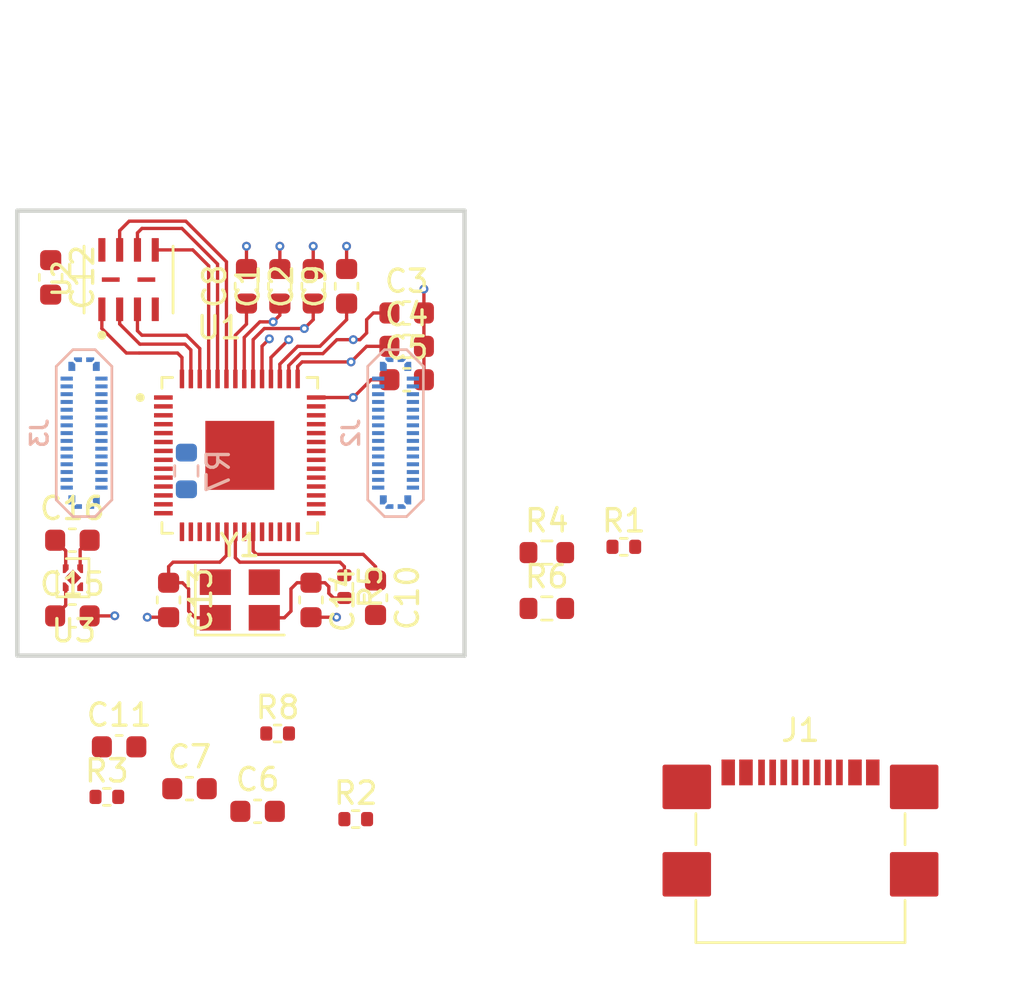
<source format=kicad_pcb>
(kicad_pcb (version 20211014) (generator pcbnew)
  (layers (0 "F.Cu" signal) (31 "B.Cu" signal) (34 "B.Paste" user) (35 "F.Paste" user) (36 "B.SilkS" user "B.Silkscreen") (37 "F.SilkS" user "F.Silkscreen") (38 "B.Mask" user) (39 "F.Mask" user) (44 "Edge.Cuts" user))
  (net 0 "")
  (net 1 "+3V3")
  (net 2 "GND")
  (net 3 "Net-(C10-Pad1)")
  (net 4 "/XIN")
  (net 5 "Net-(C14-Pad1)")
  (net 6 "+5V")
  (net 8 "/USB_DP")
  (net 9 "/USB_DM")
  (net 77 "Net-(R1-Pad1)")
  (net 78 "Net-(R2-Pad1)")
  (net 79 "/BOOTSEL")
  (net 80 "/qCSN")
  (net 81 "/XOUT")
  (net 82 "/SDA")
  (net 83 "Net-(R6-Pad2)")
  (net 84 "/SDO")
  (net 85 "Net-(R7-Pad2)")
  (net 90 "/SWCLK")
  (net 91 "/SWDIO")
  (net 92 "/RUN")
  (net 95 "/qSD3")
  (net 96 "/qSD0")
  (net 97 "/qSD2")
  (net 98 "/qSD1")
  (net 121 "/qSCK")
  (net 122 "/VREG_EN")
  (footprint "Capacitor_SMD:C_0603_1608Metric" (layer "F.Cu") (at 24.575 44.1)
    (fp_text reference "C11")
    (fp_text value "1u")
  )
  (footprint "Resistor_SMD:R_0402_1005Metric" (layer "F.Cu") (at 24.025 46.35)
    (fp_text reference "R3")
    (fp_text value "1k")
  )
  (footprint "Capacitor_SMD:C_0603_1608Metric" (layer "F.Cu") (at 22.475 38.215)
    (fp_text reference "C15")
    (fp_text value "1u")
  )
  (footprint "Resistor_SMD:R_0402_1005Metric" (layer "F.Cu") (at 31.7 43.5)
    (fp_text reference "R8")
    (fp_text value "27.4")
  )
  (footprint "Capacitor_SMD:C_0603_1608Metric" (layer "F.Cu") (at 37.5 26.1)
    (fp_text reference "C4")
    (fp_text value "100n")
  )
  (footprint "Capacitor_SMD:C_0603_1608Metric" (layer "F.Cu") (at 21.5 23 -90)
    (fp_text reference "C12")
    (fp_text value "100n")
  )
  (footprint "Capacitor_SMD:C_0603_1608Metric" (layer "F.Cu") (at 33.3 23.4 90)
    (fp_text reference "C2")
    (fp_text value "100n")
  )
  (footprint "Capacitor_SMD:C_0603_1608Metric" (layer "F.Cu") (at 37.5 27.6)
    (fp_text reference "C5")
    (fp_text value "100n")
  )
  (footprint "Customs_Memory:SON80P400X300X60-10N" (layer "F.Cu") (at 25 23.1 90)
    (fp_text reference "U2")
    (fp_text value locked "MX25L3233FZBI")
  )
  (footprint "Resistor_SMD:R_0603_1608Metric" (layer "F.Cu") (at 43.8 35.37)
    (fp_text reference "R4")
    (fp_text value "10k")
  )
  (footprint "Capacitor_SMD:C_0603_1608Metric" (layer "F.Cu") (at 33.2 37.5 -90)
    (fp_text reference "C14")
    (fp_text value "22pf")
  )
  (footprint "Capacitor_SMD:C_0603_1608Metric" (layer "F.Cu") (at 37.5 24.6)
    (fp_text reference "C3")
    (fp_text value "100n")
  )
  (footprint "Capacitor_SMD:C_0603_1608Metric" (layer "F.Cu") (at 22.475 34.815)
    (fp_text reference "C16")
    (fp_text value "1u")
  )
  (footprint "Resistor_SMD:R_0402_1005Metric" (layer "F.Cu") (at 35.21 47.35)
    (fp_text reference "R2")
    (fp_text value "27.4")
  )
  (footprint "Crystal:Crystal_SMD_SeikoEpson_TSX3225-4Pin_3.2x2.5mm" (layer "F.Cu") (at 30 37.5)
    (fp_text reference "Y1")
    (fp_text value "12MHz")
  )
  (footprint "Resistor_SMD:R_0603_1608Metric" (layer "F.Cu") (at 43.8 37.88)
    (fp_text reference "R6")
    (fp_text value "4.7k")
  )
  (footprint "Capacitor_SMD:C_0603_1608Metric" (layer "F.Cu") (at 36.1 37.4 -90)
    (fp_text reference "C10")
    (fp_text value "100n")
  )
  (footprint "Capacitor_SMD:C_0603_1608Metric" (layer "F.Cu") (at 26.8 37.5 -90)
    (fp_text reference "C13")
    (fp_text value "22pf")
  )
  (footprint "Resistor_SMD:R_0402_1005Metric" (layer "F.Cu") (at 47.26 35.11)
    (fp_text reference "R1")
    (fp_text value "27.4")
  )
  (footprint "Customs_Connectors:USB_C_Receptacle_GCT_USB4110" (layer "F.Cu") (at 55.2 49)
    (fp_text reference "J1")
    (fp_text value "USB_C_Receptacle_USB2.0")
  )
  (footprint "RP2040:QFN40P700X700X90-57N" (layer "F.Cu") (at 30 31)
    (fp_text reference "U1")
    (fp_text value "RP2040")
  )
  (footprint "Capacitor_SMD:C_0603_1608Metric" (layer "F.Cu") (at 31.8 23.4 90)
    (fp_text reference "C1")
    (fp_text value "100n")
  )
  (footprint "Capacitor_SMD:C_0603_1608Metric" (layer "F.Cu") (at 30.3 23.4 90)
    (fp_text reference "C8")
    (fp_text value "1u")
  )
  (footprint "Resistor_SMD:R_0402_1005Metric" (layer "F.Cu") (at 34.7 36.9 -90)
    (fp_text reference "R5")
    (fp_text value "1k")
  )
  (footprint "Capacitor_SMD:C_0603_1608Metric" (layer "F.Cu") (at 34.8 23.4 90)
    (fp_text reference "C9")
    (fp_text value "100n")
  )
  (footprint "Capacitor_SMD:C_0603_1608Metric" (layer "F.Cu") (at 30.8 47)
    (fp_text reference "C6")
    (fp_text value "100n")
  )
  (footprint "Package_DFN_QFN:OnSemi_XDFN4-1EP_1.0x1.0mm_EP0.52x0.52mm" (layer "F.Cu") (at 22.5 36.5)
    (fp_text reference "U3")
    (fp_text value "NCP163AFCT330T2G")
  )
  (footprint "Capacitor_SMD:C_0603_1608Metric" (layer "F.Cu") (at 27.74 45.98)
    (fp_text reference "C7")
    (fp_text value "100n")
  )
  (footprint "Customs_Connectors:245861030004829+" (layer "B.Cu") (at 23 30 90)
    (fp_text reference "J3")
    (fp_text value "Conn_02x15_Top_Bottom" hide)
  )
  (footprint "Customs_Connectors:245861030004829+" (layer "B.Cu") (at 37 30 90)
    (fp_text reference "J2")
    (fp_text value "Conn_02x15_Top_Bottom" hide)
  )
  (footprint "Resistor_SMD:R_0603_1608Metric" (layer "B.Cu") (at 27.6 31.7 90)
    (fp_text reference "R7")
    (fp_text value "4.7k")
  )
  (gr_line (start 40.1 40) (end 20.1 40) (layer "Edge.Cuts") (width 0.2))
  (gr_line (start 20.1 20) (end 40.1 20) (layer "Edge.Cuts") (width 0.2))
  (gr_line (start 40.1 20) (end 40.1 40) (layer "Edge.Cuts") (width 0.2))
  (gr_line (start 20 40) (end 20 20) (layer "Edge.Cuts") (width 0.2))
  (segment (start 30.6 25.8) (end 30.6 27.865) (width 0.15) (layer "F.Cu") (net 1))
  (segment (start 35.1 28.4) (end 33.435 28.4) (width 0.15) (layer "F.Cu") (net 1))
  (segment (start 35.4 25.8) (end 35.1 25.8) (width 0.15) (layer "F.Cu") (net 1))
  (segment (start 31.5 25) (end 30.9 25) (width 0.15) (layer "F.Cu") (net 1))
  (segment (start 32.735448 26.427) (end 33.735448 26.427) (width 0.15) (layer "F.Cu") (net 1))
  (segment (start 31.8 24.175) (end 31.8 24.7) (width 0.15) (layer "F.Cu") (net 1))
  (segment (start 30.2 25.7) (end 30.2 27.865) (width 0.15) (layer "F.Cu") (net 1))
  (segment (start 33.735448 26.427) (end 34.362448 25.8) (width 0.15) (layer "F.Cu") (net 1))
  (segment (start 22.175 35.29) (end 21.7 34.815) (width 0.15) (layer "F.Cu") (net 1))
  (segment (start 36.725 24.6) (end 36 24.6) (width 0.15) (layer "F.Cu") (net 1))
  (segment (start 34.362448 25.8) (end 35.1 25.8) (width 0.15) (layer "F.Cu") (net 1))
  (segment (start 32.6 27) (end 32.6 27.865) (width 0.15) (layer "F.Cu") (net 1))
  (segment (start 36.725 27.6) (end 35.9 27.6) (width 0.15) (layer "F.Cu") (net 1))
  (segment (start 35.7 24.9) (end 35.7 25.5) (width 0.15) (layer "F.Cu") (net 1))
  (segment (start 33.3 24.175) (end 33.3 24.9) (width 0.15) (layer "F.Cu") (net 1))
  (segment (start 33.3 24.9) (end 32.9 25.3) (width 0.15) (layer "F.Cu") (net 1))
  (segment (start 32.8 26.8) (end 32.6 27) (width 0.15) (layer "F.Cu") (net 1))
  (segment (start 35 26.8) (end 32.8 26.8) (width 0.15) (layer "F.Cu") (net 1))
  (segment (start 32.2 27.865) (end 32.2 26.962448) (width 0.15) (layer "F.Cu") (net 1))
  (segment (start 31.8 24.7) (end 31.5 25) (width 0.15) (layer "F.Cu") (net 1))
  (segment (start 31.1 25.3) (end 30.6 25.8) (width 0.15) (layer "F.Cu") (net 1))
  (segment (start 35.7 26.1) (end 35 26.8) (width 0.15) (layer "F.Cu") (net 1))
  (segment (start 36 24.6) (end 35.7 24.9) (width 0.15) (layer "F.Cu") (net 1))
  (segment (start 32.9 25.3) (end 31.1 25.3) (width 0.15) (layer "F.Cu") (net 1))
  (segment (start 32.2 26.962448) (end 32.735448 26.427) (width 0.15) (layer "F.Cu") (net 1))
  (segment (start 35.7 25.5) (end 35.4 25.8) (width 0.15) (layer "F.Cu") (net 1))
  (segment (start 36.725 26.1) (end 35.7 26.1) (width 0.15) (layer "F.Cu") (net 1))
  (segment (start 35.9 27.6) (end 35.1 28.4) (width 0.15) (layer "F.Cu") (net 1))
  (segment (start 30.9 25) (end 30.2 25.7) (width 0.15) (layer "F.Cu") (net 1))
  (segment (start 22.175 36.015) (end 22.175 35.29) (width 0.15) (layer "F.Cu") (net 1))
  (via (at 35.1 25.8) (size 0.4) (drill 0.2) (layers "F.Cu" "B.Cu") (net 1))
  (via (at 35.1 28.4) (size 0.4) (drill 0.2) (layers "F.Cu" "B.Cu") (net 1))
  (via (at 31.5 25) (size 0.4) (drill 0.2) (layers "F.Cu" "B.Cu") (net 1))
  (via (at 32.9 25.3) (size 0.4) (drill 0.2) (layers "F.Cu" "B.Cu") (net 1))
  (via (at 35 26.8) (size 0.4) (drill 0.2) (layers "F.Cu" "B.Cu") (net 1))
  (segment (start 31.8 22.625) (end 31.8 21.6) (width 0.15) (layer "F.Cu") (net 2))
  (segment (start 24.375 38.215) (end 24.38 38.21) (width 0.15) (layer "F.Cu") (net 2))
  (segment (start 38.275 26.1) (end 38.275 24.6) (width 0.15) (layer "F.Cu") (net 2))
  (segment (start 22.825 36.015) (end 22.825 35.24) (width 0.15) (layer "F.Cu") (net 2))
  (segment (start 33.3 22.625) (end 33.3 21.6) (width 0.15) (layer "F.Cu") (net 2))
  (segment (start 22.825 35.24) (end 23.25 34.815) (width 0.15) (layer "F.Cu") (net 2))
  (segment (start 38.275 24.6) (end 38.275 23.525) (width 0.15) (layer "F.Cu") (net 2))
  (segment (start 38.275 27.6) (end 38.275 26.1) (width 0.15) (layer "F.Cu") (net 2))
  (segment (start 26.8 38.275) (end 25.840345 38.275) (width 0.15) (layer "F.Cu") (net 2))
  (segment (start 34.8 22.625) (end 34.8 21.6) (width 0.15) (layer "F.Cu") (net 2))
  (segment (start 30.3 22.625) (end 30.3 21.6) (width 0.15) (layer "F.Cu") (net 2))
  (segment (start 25.840345 38.275) (end 25.840119 38.275226) (width 0.15) (layer "F.Cu") (net 2))
  (segment (start 33.2 38.275) (end 34.35 38.275) (width 0.15) (layer "F.Cu") (net 2))
  (segment (start 23.25 38.215) (end 24.375 38.215) (width 0.15) (layer "F.Cu") (net 2))
  (via (at 25.840119 38.275226) (size 0.4) (drill 0.2) (layers "F.Cu" "B.Cu") (net 2))
  (via (at 24.38 38.21) (size 0.4) (drill 0.2) (layers "F.Cu" "B.Cu") (net 2))
  (via (at 30.3 21.6) (size 0.4) (drill 0.2) (layers "F.Cu" "B.Cu") (net 2))
  (via (at 34.35 38.275) (size 0.4) (drill 0.2) (layers "F.Cu" "B.Cu") (net 2))
  (via (at 31.8 21.6) (size 0.4) (drill 0.2) (layers "F.Cu" "B.Cu") (net 2))
  (via (at 33.3 21.6) (size 0.4) (drill 0.2) (layers "F.Cu" "B.Cu") (net 2))
  (via (at 38.275 23.525) (size 0.4) (drill 0.2) (layers "F.Cu" "B.Cu") (net 2))
  (via (at 34.8 21.6) (size 0.4) (drill 0.2) (layers "F.Cu" "B.Cu") (net 2))
  (segment (start 30.3 24.175) (end 30.3 25.1) (width 0.15) (layer "F.Cu") (net 3))
  (segment (start 31.8 26.9) (end 32.6 26.1) (width 0.15) (layer "F.Cu") (net 3))
  (segment (start 31.8 27.865) (end 31.8 26.9) (width 0.15) (layer "F.Cu") (net 3))
  (segment (start 30.75 35.45) (end 35.55 35.45) (width 0.15) (layer "F.Cu") (net 3))
  (segment (start 30.6 34.435) (end 30.6 35.3) (width 0.15) (layer "F.Cu") (net 3))
  (segment (start 32.6 26.1) (end 33.6 26.1) (width 0.15) (layer "F.Cu") (net 3))
  (segment (start 33.6 26.1) (end 34.8 24.9) (width 0.15) (layer "F.Cu") (net 3))
  (segment (start 29.8 25.6) (end 29.8 27.865) (width 0.15) (layer "F.Cu") (net 3))
  (segment (start 30.6 35.3) (end 30.75 35.45) (width 0.15) (layer "F.Cu") (net 3))
  (segment (start 36.1 36) (end 36.1 36.625) (width 0.15) (layer "F.Cu") (net 3))
  (segment (start 35.55 35.45) (end 36.1 36) (width 0.15) (layer "F.Cu") (net 3))
  (segment (start 34.8 24.9) (end 34.8 24.175) (width 0.15) (layer "F.Cu") (net 3))
  (segment (start 30.3 25.1) (end 29.8 25.6) (width 0.15) (layer "F.Cu") (net 3))
  (segment (start 26.8 36.725) (end 27.425 36.725) (width 0.15) (layer "F.Cu") (net 4))
  (segment (start 29.1 35.8) (end 27 35.8) (width 0.15) (layer "F.Cu") (net 4))
  (segment (start 27 35.8) (end 26.8 36) (width 0.15) (layer "F.Cu") (net 4))
  (segment (start 27.7 38) (end 28 38.3) (width 0.15) (layer "F.Cu") (net 4))
  (segment (start 29.4 34.435) (end 29.4 35.5) (width 0.15) (layer "F.Cu") (net 4))
  (segment (start 26.785 36.91) (end 26.8 36.925) (width 0.15) (layer "F.Cu") (net 4))
  (segment (start 26.8 36) (end 26.8 36.725) (width 0.15) (layer "F.Cu") (net 4))
  (segment (start 29.4 35.5) (end 29.1 35.8) (width 0.15) (layer "F.Cu") (net 4))
  (segment (start 27.425 36.725) (end 27.7 37) (width 0.15) (layer "F.Cu") (net 4))
  (segment (start 27.7 37) (end 27.7 38) (width 0.15) (layer "F.Cu") (net 4))
  (segment (start 28 38.3) (end 28.9 38.3) (width 0.15) (layer "F.Cu") (net 4))
  (segment (start 26.825 36.9) (end 26.8 36.925) (width 0.15) (layer "F.Cu") (net 4))
  (segment (start 31.1 38.3) (end 32 38.3) (width 0.15) (layer "F.Cu") (net 5))
  (segment (start 34 37.2) (end 34.21 37.41) (width 0.15) (layer "F.Cu") (net 5))
  (segment (start 32.575 36.725) (end 33.2 36.725) (width 0.15) (layer "F.Cu") (net 5))
  (segment (start 32 38.3) (end 32.3 38) (width 0.15) (layer "F.Cu") (net 5))
  (segment (start 33.825 36.725) (end 34 36.9) (width 0.15) (layer "F.Cu") (net 5))
  (segment (start 32.3 38) (end 32.3 37) (width 0.15) (layer "F.Cu") (net 5))
  (segment (start 34 36.9) (end 34 37.2) (width 0.15) (layer "F.Cu") (net 5))
  (segment (start 34.21 37.41) (end 34.7 37.41) (width 0.15) (layer "F.Cu") (net 5))
  (segment (start 32.3 37) (end 32.575 36.725) (width 0.15) (layer "F.Cu") (net 5))
  (segment (start 33.2 36.725) (end 33.825 36.725) (width 0.15) (layer "F.Cu") (net 5))
  (segment (start 22.175 36.985) (end 22.175 37.74) (width 0.15) (layer "F.Cu") (net 6))
  (segment (start 22.175 37.74) (end 21.7 38.215) (width 0.15) (layer "F.Cu") (net 6))
  (segment (start 32.2 25.8) (end 31.4 26.6) (width 0.15) (layer "F.Cu") (net 77))
  (segment (start 31.4 26.6) (end 31.4 27.865) (width 0.15) (layer "F.Cu") (net 77))
  (via (at 32.2 25.8) (size 0.4) (drill 0.2) (layers "F.Cu" "B.Cu") (net 77))
  (segment (start 31 26.090391) (end 31 27.865) (width 0.15) (layer "F.Cu") (net 78))
  (segment (start 31.327391 25.763) (end 31 26.090391) (width 0.15) (layer "F.Cu") (net 78))
  (via (at 31.327391 25.763) (size 0.4) (drill 0.2) (layers "F.Cu" "B.Cu") (net 78))
  (segment (start 25.475104 26.4) (end 27.2 26.4) (width 0.15) (layer "F.Cu") (net 80))
  (segment (start 27.4 26.6) (end 27.4 27.865) (width 0.15) (layer "F.Cu") (net 80))
  (segment (start 23.8 25.3) (end 23.8 24.435) (width 0.15) (layer "F.Cu") (net 80))
  (segment (start 24.9 26.4) (end 23.8 25.3) (width 0.15) (layer "F.Cu") (net 80))
  (segment (start 25.475104 26.4) (end 24.9 26.4) (width 0.15) (layer "F.Cu") (net 80))
  (segment (start 27.2 26.4) (end 27.4 26.6) (width 0.15) (layer "F.Cu") (net 80))
  (segment (start 34.7 36.39) (end 34.7 36) (width 0.15) (layer "F.Cu") (net 81))
  (segment (start 30 35.8) (end 29.8 35.6) (width 0.15) (layer "F.Cu") (net 81))
  (segment (start 29.8 35.6) (end 29.8 34.435) (width 0.15) (layer "F.Cu") (net 81))
  (segment (start 34.7 36) (end 34.5 35.8) (width 0.15) (layer "F.Cu") (net 81))
  (segment (start 34.5 35.8) (end 30 35.8) (width 0.15) (layer "F.Cu") (net 81))
  (segment (start 24.6 20.9) (end 24.6 21.765) (width 0.15) (layer "F.Cu") (net 95))
  (segment (start 27.8 20.7) (end 29.4 22.3) (width 0.15) (layer "F.Cu") (net 95))
  (segment (start 27.573 20.473) (end 25.027 20.473) (width 0.15) (layer "F.Cu") (net 95))
  (segment (start 25.027 20.473) (end 24.6 20.9) (width 0.15) (layer "F.Cu") (net 95))
  (segment (start 27.8 20.7) (end 27.573 20.473) (width 0.15) (layer "F.Cu") (net 95))
  (segment (start 29.4 22.3) (end 29.4 27.865) (width 0.15) (layer "F.Cu") (net 95))
  (segment (start 28.6 27.865) (end 28.6 22.478712) (width 0.15) (layer "F.Cu") (net 96))
  (segment (start 27.886288 21.765) (end 26.365 21.765) (width 0.15) (layer "F.Cu") (net 96))
  (segment (start 28.6 22.478712) (end 27.886288 21.765) (width 0.15) (layer "F.Cu") (net 96))
  (segment (start 28.2 26.2) (end 28.2 27.865) (width 0.15) (layer "F.Cu") (net 97))
  (segment (start 27.6 25.6) (end 25.6 25.6) (width 0.15) (layer "F.Cu") (net 97))
  (segment (start 25.4 25.4) (end 25.4 24.435) (width 0.15) (layer "F.Cu") (net 97))
  (segment (start 25.6 25.6) (end 25.4 25.4) (width 0.15) (layer "F.Cu") (net 97))
  (segment (start 27.6 25.6) (end 28.2 26.2) (width 0.15) (layer "F.Cu") (net 97))
  (segment (start 25.537552 26) (end 25.505026 26) (width 0.15) (layer "F.Cu") (net 98))
  (segment (start 27.8 26.262448) (end 27.537552 26) (width 0.15) (layer "F.Cu") (net 98))
  (segment (start 25.505026 26) (end 24.6 25.094974) (width 0.15) (layer "F.Cu") (net 98))
  (segment (start 27.537552 26) (end 25.537552 26) (width 0.15) (layer "F.Cu") (net 98))
  (segment (start 27.8 27.865) (end 27.8 26.262448) (width 0.15) (layer "F.Cu") (net 98))
  (segment (start 24.6 25.094974) (end 24.6 24.435) (width 0.15) (layer "F.Cu") (net 98))
  (segment (start 27.4 20.8) (end 29 22.4) (width 0.15) (layer "F.Cu") (net 121))
  (segment (start 25.4 21.765) (end 25.4 21) (width 0.15) (layer "F.Cu") (net 121))
  (segment (start 25.6 20.8) (end 27.4 20.8) (width 0.15) (layer "F.Cu") (net 121))
  (segment (start 25.4 21) (end 25.6 20.8) (width 0.15) (layer "F.Cu") (net 121))
  (segment (start 29 22.4) (end 29 27.865) (width 0.15) (layer "F.Cu") (net 121))
)
</source>
